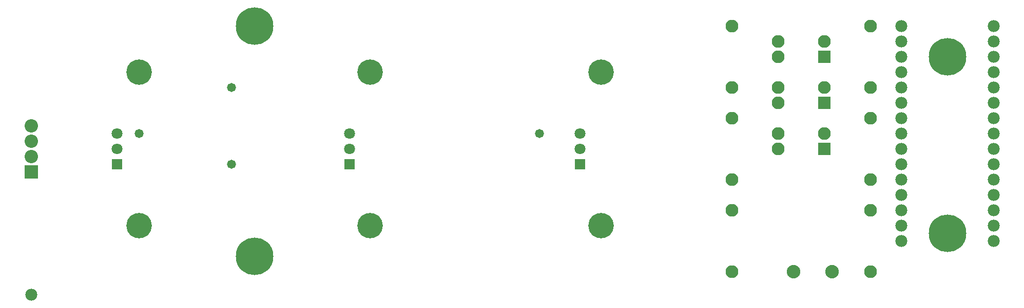
<source format=gbs>
G04*
G04 #@! TF.GenerationSoftware,Altium Limited,CircuitMaker,2.2.1 (2.2.1.6)*
G04*
G04 Layer_Color=8150272*
%FSLAX25Y25*%
%MOIN*%
G70*
G04*
G04 #@! TF.SameCoordinates,7785A121-3EC8-4D8B-A962-A870CC3C064B*
G04*
G04*
G04 #@! TF.FilePolarity,Negative*
G04*
G01*
G75*
%ADD13C,0.24422*%
%ADD14C,0.07800*%
%ADD15C,0.08800*%
%ADD16C,0.07099*%
%ADD17R,0.07099X0.07099*%
%ADD18C,0.08300*%
%ADD19R,0.08300X0.08300*%
%ADD20C,0.16548*%
%ADD21C,0.08674*%
%ADD22R,0.08674X0.08674*%
%ADD23C,0.05800*%
D13*
X705000Y345000D02*
D03*
Y460000D02*
D03*
X255000Y330000D02*
D03*
Y480000D02*
D03*
D14*
X735000Y340000D02*
D03*
Y350000D02*
D03*
Y360000D02*
D03*
Y370000D02*
D03*
Y380000D02*
D03*
Y390000D02*
D03*
Y400000D02*
D03*
Y410000D02*
D03*
Y420000D02*
D03*
Y430000D02*
D03*
Y440000D02*
D03*
Y450000D02*
D03*
Y460000D02*
D03*
Y470000D02*
D03*
Y480000D02*
D03*
X675000D02*
D03*
Y470000D02*
D03*
Y460000D02*
D03*
Y450000D02*
D03*
Y440000D02*
D03*
Y430000D02*
D03*
Y420000D02*
D03*
Y410000D02*
D03*
Y400000D02*
D03*
Y390000D02*
D03*
Y380000D02*
D03*
Y370000D02*
D03*
Y360000D02*
D03*
Y350000D02*
D03*
Y340000D02*
D03*
X110000Y305000D02*
D03*
D15*
X630000Y320000D02*
D03*
X605000D02*
D03*
D16*
X165951Y409889D02*
D03*
Y399889D02*
D03*
X316881Y409889D02*
D03*
Y399889D02*
D03*
X466592Y409889D02*
D03*
Y399889D02*
D03*
D17*
X165951Y389889D02*
D03*
X316881D02*
D03*
X466592D02*
D03*
D18*
X595001Y400001D02*
D03*
Y410001D02*
D03*
X625001D02*
D03*
X565000Y360000D02*
D03*
Y320000D02*
D03*
X655000Y360000D02*
D03*
Y320000D02*
D03*
X595001Y430001D02*
D03*
Y440001D02*
D03*
X625001D02*
D03*
X565000Y420000D02*
D03*
Y380000D02*
D03*
X655000Y420000D02*
D03*
Y380000D02*
D03*
X595001Y460001D02*
D03*
Y470001D02*
D03*
X625001D02*
D03*
X565000Y440000D02*
D03*
Y480000D02*
D03*
X655000D02*
D03*
Y440000D02*
D03*
D19*
X625001Y400001D02*
D03*
Y430001D02*
D03*
Y460001D02*
D03*
D20*
X480000Y450000D02*
D03*
Y350000D02*
D03*
X330000Y450000D02*
D03*
Y350000D02*
D03*
X180000Y450000D02*
D03*
Y350000D02*
D03*
D21*
X110000Y415000D02*
D03*
Y405000D02*
D03*
Y395000D02*
D03*
D22*
Y385000D02*
D03*
D23*
X180000Y410000D02*
D03*
X240000Y390000D02*
D03*
Y440000D02*
D03*
X440000Y410000D02*
D03*
M02*

</source>
